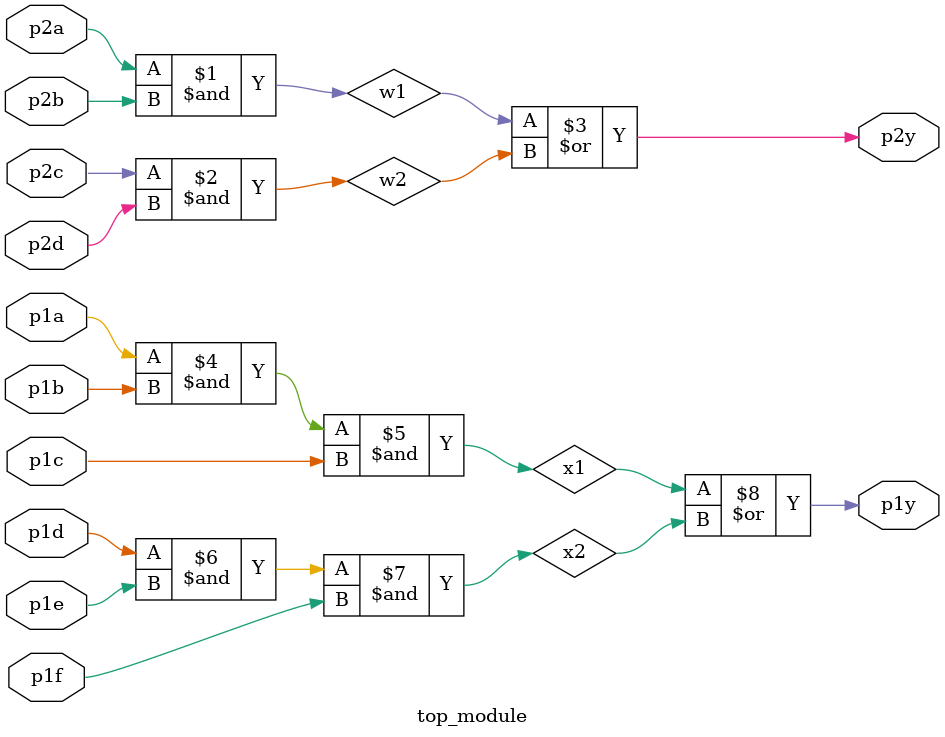
<source format=sv>
module top_module (
    input  wire p1a, p1b, p1c, p1d, p1e, p1f,
                p2a, p2b, p2c, p2d,
    output wire p1y, p2y
);

    wire w1, w2, x1, x2;

    assign w1 = p2a & p2b;
    assign w2 = p2c & p2d;
    assign p2y = w1 | w2;

    assign x1 = p1a & p1b & p1c;
    assign x2 = p1d & p1e & p1f;
    assign p1y = x1 | x2;

endmodule
</source>
